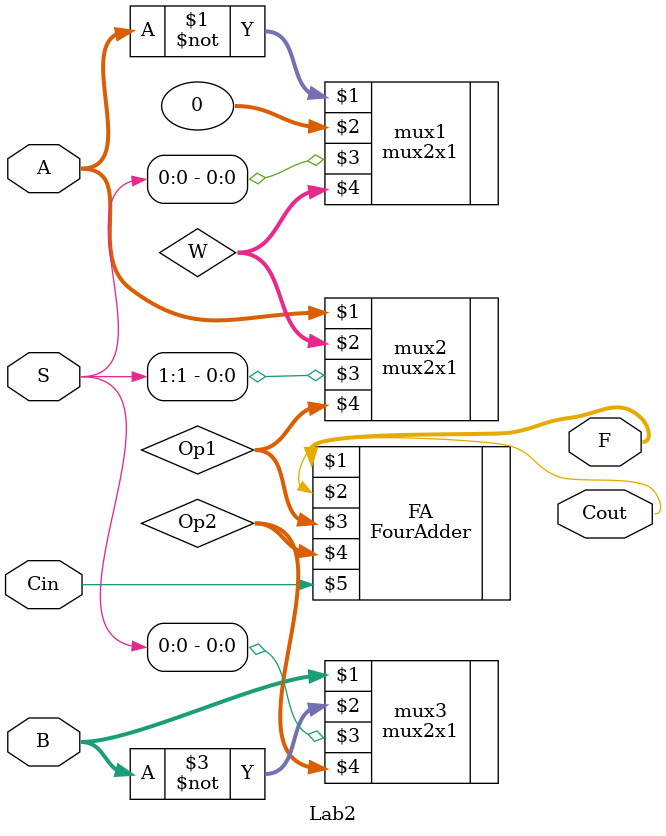
<source format=v>
module Lab2(A, B, S, Cin, F, Cout);
input [3:0] A, B;
input [1:0] S;
input Cin;
output [3:0] F;
output Cout;

wire [3:0] W, Op1, Op2;

mux2x1 mux1 (~A, 0, S[0], W);
mux2x1 mux2 (A, W, S[1], Op1);
mux2x1 mux3 (B, ~B, S[0], Op2);

FourAdder FA (F, Cout, Op1, Op2, Cin);

endmodule

</source>
